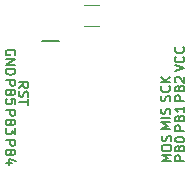
<source format=gbr>
G04 #@! TF.GenerationSoftware,KiCad,Pcbnew,5.1.5-52549c5~84~ubuntu18.04.1*
G04 #@! TF.CreationDate,2019-12-27T14:58:41-07:00*
G04 #@! TF.ProjectId,001,3030312e-6b69-4636-9164-5f7063625858,rev?*
G04 #@! TF.SameCoordinates,Original*
G04 #@! TF.FileFunction,Legend,Top*
G04 #@! TF.FilePolarity,Positive*
%FSLAX46Y46*%
G04 Gerber Fmt 4.6, Leading zero omitted, Abs format (unit mm)*
G04 Created by KiCad (PCBNEW 5.1.5-52549c5~84~ubuntu18.04.1) date 2019-12-27 14:58:41*
%MOMM*%
%LPD*%
G04 APERTURE LIST*
%ADD10C,0.200000*%
%ADD11C,0.120000*%
G04 APERTURE END LIST*
D10*
X146792904Y-89814266D02*
X145992904Y-89814266D01*
X146564333Y-89547600D01*
X145992904Y-89280933D01*
X146792904Y-89280933D01*
X145992904Y-88747600D02*
X145992904Y-88595219D01*
X146031000Y-88519028D01*
X146107190Y-88442838D01*
X146259571Y-88404742D01*
X146526238Y-88404742D01*
X146678619Y-88442838D01*
X146754809Y-88519028D01*
X146792904Y-88595219D01*
X146792904Y-88747600D01*
X146754809Y-88823790D01*
X146678619Y-88899980D01*
X146526238Y-88938076D01*
X146259571Y-88938076D01*
X146107190Y-88899980D01*
X146031000Y-88823790D01*
X145992904Y-88747600D01*
X146754809Y-88099980D02*
X146792904Y-87985695D01*
X146792904Y-87795219D01*
X146754809Y-87719028D01*
X146716714Y-87680933D01*
X146640523Y-87642838D01*
X146564333Y-87642838D01*
X146488142Y-87680933D01*
X146450047Y-87719028D01*
X146411952Y-87795219D01*
X146373857Y-87947600D01*
X146335761Y-88023790D01*
X146297666Y-88061885D01*
X146221476Y-88099980D01*
X146145285Y-88099980D01*
X146069095Y-88061885D01*
X146031000Y-88023790D01*
X145992904Y-87947600D01*
X145992904Y-87757123D01*
X146031000Y-87642838D01*
X146716704Y-87045695D02*
X145916704Y-87045695D01*
X146488133Y-86779028D01*
X145916704Y-86512361D01*
X146716704Y-86512361D01*
X146716704Y-86131409D02*
X145916704Y-86131409D01*
X146678609Y-85788552D02*
X146716704Y-85674266D01*
X146716704Y-85483790D01*
X146678609Y-85407600D01*
X146640514Y-85369504D01*
X146564323Y-85331409D01*
X146488133Y-85331409D01*
X146411942Y-85369504D01*
X146373847Y-85407600D01*
X146335752Y-85483790D01*
X146297657Y-85636171D01*
X146259561Y-85712361D01*
X146221466Y-85750457D01*
X146145276Y-85788552D01*
X146069085Y-85788552D01*
X145992895Y-85750457D01*
X145954800Y-85712361D01*
X145916704Y-85636171D01*
X145916704Y-85445695D01*
X145954800Y-85331409D01*
X146678609Y-84696171D02*
X146716704Y-84581885D01*
X146716704Y-84391409D01*
X146678609Y-84315219D01*
X146640514Y-84277123D01*
X146564323Y-84239028D01*
X146488133Y-84239028D01*
X146411942Y-84277123D01*
X146373847Y-84315219D01*
X146335752Y-84391409D01*
X146297657Y-84543790D01*
X146259561Y-84619980D01*
X146221466Y-84658076D01*
X146145276Y-84696171D01*
X146069085Y-84696171D01*
X145992895Y-84658076D01*
X145954800Y-84619980D01*
X145916704Y-84543790D01*
X145916704Y-84353314D01*
X145954800Y-84239028D01*
X146640514Y-83439028D02*
X146678609Y-83477123D01*
X146716704Y-83591409D01*
X146716704Y-83667600D01*
X146678609Y-83781885D01*
X146602419Y-83858076D01*
X146526228Y-83896171D01*
X146373847Y-83934266D01*
X146259561Y-83934266D01*
X146107180Y-83896171D01*
X146030990Y-83858076D01*
X145954800Y-83781885D01*
X145916704Y-83667600D01*
X145916704Y-83591409D01*
X145954800Y-83477123D01*
X145992895Y-83439028D01*
X146716704Y-83096171D02*
X145916704Y-83096171D01*
X146716704Y-82639028D02*
X146259561Y-82981885D01*
X145916704Y-82639028D02*
X146373847Y-83096171D01*
X133902495Y-83559704D02*
X134283447Y-83293038D01*
X133902495Y-83102561D02*
X134702495Y-83102561D01*
X134702495Y-83407323D01*
X134664400Y-83483514D01*
X134626304Y-83521609D01*
X134550114Y-83559704D01*
X134435828Y-83559704D01*
X134359638Y-83521609D01*
X134321542Y-83483514D01*
X134283447Y-83407323D01*
X134283447Y-83102561D01*
X133940590Y-83864466D02*
X133902495Y-83978752D01*
X133902495Y-84169228D01*
X133940590Y-84245419D01*
X133978685Y-84283514D01*
X134054876Y-84321609D01*
X134131066Y-84321609D01*
X134207257Y-84283514D01*
X134245352Y-84245419D01*
X134283447Y-84169228D01*
X134321542Y-84016847D01*
X134359638Y-83940657D01*
X134397733Y-83902561D01*
X134473923Y-83864466D01*
X134550114Y-83864466D01*
X134626304Y-83902561D01*
X134664400Y-83940657D01*
X134702495Y-84016847D01*
X134702495Y-84207323D01*
X134664400Y-84321609D01*
X134702495Y-84550180D02*
X134702495Y-85007323D01*
X133902495Y-84778752D02*
X134702495Y-84778752D01*
X147910504Y-89738076D02*
X147110504Y-89738076D01*
X147110504Y-89433314D01*
X147148600Y-89357123D01*
X147186695Y-89319028D01*
X147262885Y-89280933D01*
X147377171Y-89280933D01*
X147453361Y-89319028D01*
X147491457Y-89357123D01*
X147529552Y-89433314D01*
X147529552Y-89738076D01*
X147491457Y-88671409D02*
X147529552Y-88557123D01*
X147567647Y-88519028D01*
X147643838Y-88480933D01*
X147758123Y-88480933D01*
X147834314Y-88519028D01*
X147872409Y-88557123D01*
X147910504Y-88633314D01*
X147910504Y-88938076D01*
X147110504Y-88938076D01*
X147110504Y-88671409D01*
X147148600Y-88595219D01*
X147186695Y-88557123D01*
X147262885Y-88519028D01*
X147339076Y-88519028D01*
X147415266Y-88557123D01*
X147453361Y-88595219D01*
X147491457Y-88671409D01*
X147491457Y-88938076D01*
X147110504Y-87985695D02*
X147110504Y-87909504D01*
X147148600Y-87833314D01*
X147186695Y-87795219D01*
X147262885Y-87757123D01*
X147415266Y-87719028D01*
X147605742Y-87719028D01*
X147758123Y-87757123D01*
X147834314Y-87795219D01*
X147872409Y-87833314D01*
X147910504Y-87909504D01*
X147910504Y-87985695D01*
X147872409Y-88061885D01*
X147834314Y-88099980D01*
X147758123Y-88138076D01*
X147605742Y-88176171D01*
X147415266Y-88176171D01*
X147262885Y-88138076D01*
X147186695Y-88099980D01*
X147148600Y-88061885D01*
X147110504Y-87985695D01*
X147910504Y-84658076D02*
X147110504Y-84658076D01*
X147110504Y-84353314D01*
X147148600Y-84277123D01*
X147186695Y-84239028D01*
X147262885Y-84200933D01*
X147377171Y-84200933D01*
X147453361Y-84239028D01*
X147491457Y-84277123D01*
X147529552Y-84353314D01*
X147529552Y-84658076D01*
X147491457Y-83591409D02*
X147529552Y-83477123D01*
X147567647Y-83439028D01*
X147643838Y-83400933D01*
X147758123Y-83400933D01*
X147834314Y-83439028D01*
X147872409Y-83477123D01*
X147910504Y-83553314D01*
X147910504Y-83858076D01*
X147110504Y-83858076D01*
X147110504Y-83591409D01*
X147148600Y-83515219D01*
X147186695Y-83477123D01*
X147262885Y-83439028D01*
X147339076Y-83439028D01*
X147415266Y-83477123D01*
X147453361Y-83515219D01*
X147491457Y-83591409D01*
X147491457Y-83858076D01*
X147186695Y-83096171D02*
X147148600Y-83058076D01*
X147110504Y-82981885D01*
X147110504Y-82791409D01*
X147148600Y-82715219D01*
X147186695Y-82677123D01*
X147262885Y-82639028D01*
X147339076Y-82639028D01*
X147453361Y-82677123D01*
X147910504Y-83134266D01*
X147910504Y-82639028D01*
X147110504Y-82194266D02*
X147910504Y-81927600D01*
X147110504Y-81660933D01*
X147834314Y-80937123D02*
X147872409Y-80975219D01*
X147910504Y-81089504D01*
X147910504Y-81165695D01*
X147872409Y-81279980D01*
X147796219Y-81356171D01*
X147720028Y-81394266D01*
X147567647Y-81432361D01*
X147453361Y-81432361D01*
X147300980Y-81394266D01*
X147224790Y-81356171D01*
X147148600Y-81279980D01*
X147110504Y-81165695D01*
X147110504Y-81089504D01*
X147148600Y-80975219D01*
X147186695Y-80937123D01*
X147834314Y-80137123D02*
X147872409Y-80175219D01*
X147910504Y-80289504D01*
X147910504Y-80365695D01*
X147872409Y-80479980D01*
X147796219Y-80556171D01*
X147720028Y-80594266D01*
X147567647Y-80632361D01*
X147453361Y-80632361D01*
X147300980Y-80594266D01*
X147224790Y-80556171D01*
X147148600Y-80479980D01*
X147110504Y-80365695D01*
X147110504Y-80289504D01*
X147148600Y-80175219D01*
X147186695Y-80137123D01*
X147910504Y-87198076D02*
X147110504Y-87198076D01*
X147110504Y-86893314D01*
X147148600Y-86817123D01*
X147186695Y-86779028D01*
X147262885Y-86740933D01*
X147377171Y-86740933D01*
X147453361Y-86779028D01*
X147491457Y-86817123D01*
X147529552Y-86893314D01*
X147529552Y-87198076D01*
X147491457Y-86131409D02*
X147529552Y-86017123D01*
X147567647Y-85979028D01*
X147643838Y-85940933D01*
X147758123Y-85940933D01*
X147834314Y-85979028D01*
X147872409Y-86017123D01*
X147910504Y-86093314D01*
X147910504Y-86398076D01*
X147110504Y-86398076D01*
X147110504Y-86131409D01*
X147148600Y-86055219D01*
X147186695Y-86017123D01*
X147262885Y-85979028D01*
X147339076Y-85979028D01*
X147415266Y-86017123D01*
X147453361Y-86055219D01*
X147491457Y-86131409D01*
X147491457Y-86398076D01*
X147910504Y-85179028D02*
X147910504Y-85636171D01*
X147910504Y-85407600D02*
X147110504Y-85407600D01*
X147224790Y-85483790D01*
X147300980Y-85559980D01*
X147339076Y-85636171D01*
X132784895Y-82956523D02*
X133584895Y-82956523D01*
X133584895Y-83261285D01*
X133546800Y-83337476D01*
X133508704Y-83375571D01*
X133432514Y-83413666D01*
X133318228Y-83413666D01*
X133242038Y-83375571D01*
X133203942Y-83337476D01*
X133165847Y-83261285D01*
X133165847Y-82956523D01*
X133203942Y-84023190D02*
X133165847Y-84137476D01*
X133127752Y-84175571D01*
X133051561Y-84213666D01*
X132937276Y-84213666D01*
X132861085Y-84175571D01*
X132822990Y-84137476D01*
X132784895Y-84061285D01*
X132784895Y-83756523D01*
X133584895Y-83756523D01*
X133584895Y-84023190D01*
X133546800Y-84099380D01*
X133508704Y-84137476D01*
X133432514Y-84175571D01*
X133356323Y-84175571D01*
X133280133Y-84137476D01*
X133242038Y-84099380D01*
X133203942Y-84023190D01*
X133203942Y-83756523D01*
X133584895Y-84937476D02*
X133584895Y-84556523D01*
X133203942Y-84518428D01*
X133242038Y-84556523D01*
X133280133Y-84632714D01*
X133280133Y-84823190D01*
X133242038Y-84899380D01*
X133203942Y-84937476D01*
X133127752Y-84975571D01*
X132937276Y-84975571D01*
X132861085Y-84937476D01*
X132822990Y-84899380D01*
X132784895Y-84823190D01*
X132784895Y-84632714D01*
X132822990Y-84556523D01*
X132861085Y-84518428D01*
X132784895Y-85496523D02*
X133584895Y-85496523D01*
X133584895Y-85801285D01*
X133546800Y-85877476D01*
X133508704Y-85915571D01*
X133432514Y-85953666D01*
X133318228Y-85953666D01*
X133242038Y-85915571D01*
X133203942Y-85877476D01*
X133165847Y-85801285D01*
X133165847Y-85496523D01*
X133203942Y-86563190D02*
X133165847Y-86677476D01*
X133127752Y-86715571D01*
X133051561Y-86753666D01*
X132937276Y-86753666D01*
X132861085Y-86715571D01*
X132822990Y-86677476D01*
X132784895Y-86601285D01*
X132784895Y-86296523D01*
X133584895Y-86296523D01*
X133584895Y-86563190D01*
X133546800Y-86639380D01*
X133508704Y-86677476D01*
X133432514Y-86715571D01*
X133356323Y-86715571D01*
X133280133Y-86677476D01*
X133242038Y-86639380D01*
X133203942Y-86563190D01*
X133203942Y-86296523D01*
X133584895Y-87020333D02*
X133584895Y-87515571D01*
X133280133Y-87248904D01*
X133280133Y-87363190D01*
X133242038Y-87439380D01*
X133203942Y-87477476D01*
X133127752Y-87515571D01*
X132937276Y-87515571D01*
X132861085Y-87477476D01*
X132822990Y-87439380D01*
X132784895Y-87363190D01*
X132784895Y-87134619D01*
X132822990Y-87058428D01*
X132861085Y-87020333D01*
X133546800Y-80797476D02*
X133584895Y-80721285D01*
X133584895Y-80607000D01*
X133546800Y-80492714D01*
X133470609Y-80416523D01*
X133394419Y-80378428D01*
X133242038Y-80340333D01*
X133127752Y-80340333D01*
X132975371Y-80378428D01*
X132899180Y-80416523D01*
X132822990Y-80492714D01*
X132784895Y-80607000D01*
X132784895Y-80683190D01*
X132822990Y-80797476D01*
X132861085Y-80835571D01*
X133127752Y-80835571D01*
X133127752Y-80683190D01*
X132784895Y-81178428D02*
X133584895Y-81178428D01*
X132784895Y-81635571D01*
X133584895Y-81635571D01*
X132784895Y-82016523D02*
X133584895Y-82016523D01*
X133584895Y-82207000D01*
X133546800Y-82321285D01*
X133470609Y-82397476D01*
X133394419Y-82435571D01*
X133242038Y-82473666D01*
X133127752Y-82473666D01*
X132975371Y-82435571D01*
X132899180Y-82397476D01*
X132822990Y-82321285D01*
X132784895Y-82207000D01*
X132784895Y-82016523D01*
X132784895Y-88036523D02*
X133584895Y-88036523D01*
X133584895Y-88341285D01*
X133546800Y-88417476D01*
X133508704Y-88455571D01*
X133432514Y-88493666D01*
X133318228Y-88493666D01*
X133242038Y-88455571D01*
X133203942Y-88417476D01*
X133165847Y-88341285D01*
X133165847Y-88036523D01*
X133203942Y-89103190D02*
X133165847Y-89217476D01*
X133127752Y-89255571D01*
X133051561Y-89293666D01*
X132937276Y-89293666D01*
X132861085Y-89255571D01*
X132822990Y-89217476D01*
X132784895Y-89141285D01*
X132784895Y-88836523D01*
X133584895Y-88836523D01*
X133584895Y-89103190D01*
X133546800Y-89179380D01*
X133508704Y-89217476D01*
X133432514Y-89255571D01*
X133356323Y-89255571D01*
X133280133Y-89217476D01*
X133242038Y-89179380D01*
X133203942Y-89103190D01*
X133203942Y-88836523D01*
X133318228Y-89979380D02*
X132784895Y-89979380D01*
X133622990Y-89788904D02*
X133051561Y-89598428D01*
X133051561Y-90093666D01*
X135835000Y-79588600D02*
X137335000Y-79588600D01*
D11*
X139453536Y-76560000D02*
X140657664Y-76560000D01*
X139453536Y-78380000D02*
X140657664Y-78380000D01*
M02*

</source>
